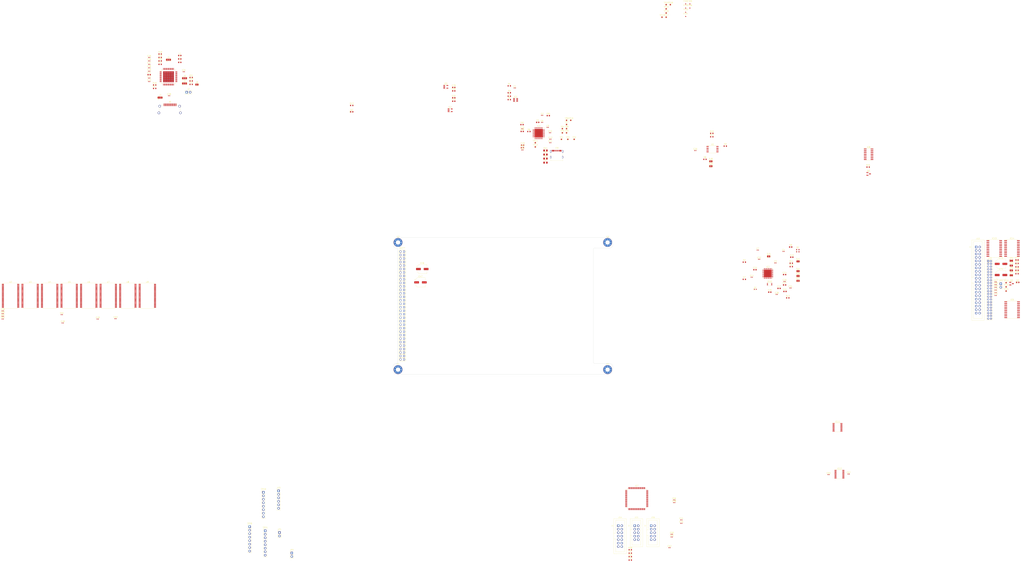
<source format=kicad_pcb>
(kicad_pcb (version 20221018) (generator pcbnew)
  (title_block (date "2024-02-08"))
  (layers (0 "F.Cu" signal) (31 "B.Cu" signal) (34 "B.Paste" user) (35 "F.Paste" user) (36 "B.SilkS" user "B.Silkscreen") (37 "F.SilkS" user "F.Silkscreen") (38 "B.Mask" user) (39 "F.Mask" user) (44 "Edge.Cuts" user))
  (net 0 "")
  (net 1 "+5V")
  (net 2 "GND")
  (net 3 "+3.3V")
  (net 4 "/Xosera_FPGA/V_USB")
  (net 5 "/Xosera_FPGA/+1.2V_CORE")
  (net 6 "/Xosera_FPGA/FT_VCORE")
  (net 7 "+2V5")
  (net 8 "/Xosera_FPGA/VCC_PLL")
  (net 9 "/Xosera_FPGA/V_PHY")
  (net 10 "/Xosera_FPGA/V_PLL")
  (net 11 "/Xosera_FPGA/VIO_BANK_0_2")
  (net 12 "+1V2")
  (net 13 "/Xosera_FPGA/CDONE")
  (net 14 "Net-(D3-K)")
  (net 15 "Net-(D3-A)")
  (net 16 "/Xosera_Bus/~{3V3_RESET}")
  (net 17 "/Xosera_Bus/XOSERA_IRQ")
  (net 18 "/Xosera_Bus/3V3_REG_NUM0")
  (net 19 "/Xosera_Bus/3V3_REG_NUM1")
  (net 20 "/Xosera_Bus/3V3_REG_NUM2")
  (net 21 "/Xosera_Bus/3V3_REG_NUM3")
  (net 22 "+5VD")
  (net 23 "/Xosera_Bus/3V3_D15")
  (net 24 "/Xosera_Bus/3V3_D8")
  (net 25 "/Xosera_Bus/3V3_D10")
  (net 26 "/Xosera_Bus/3V3_D12")
  (net 27 "/Xosera_Bus/3V3_D9")
  (net 28 "/Xosera_Bus/3V3_D14")
  (net 29 "/Xosera_Bus/3V3_R~{W}")
  (net 30 "/Xosera_Bus/3V3_BYTESEL")
  (net 31 "/Xosera_Bus/~{3V3_XOSERA_CS}")
  (net 32 "/Xosera_Bus/3V3_D13")
  (net 33 "/Xosera_Bus/3V3_D11")
  (net 35 "/Xosera_Bus/~{IDE_CS}")
  (net 36 "/Xosera_Bus/~{UDS}")
  (net 37 "/Xosera_Bus/R~{W}")
  (net 38 "/IDE/~{RD}")
  (net 39 "/IDE/~{WR}")
  (net 40 "/Xosera_Bus/~{FPGA_CS}")
  (net 41 "/IDE/~{LSEL}")
  (net 42 "/IDE/~{CS3}")
  (net 43 "/Xosera_Bus/GLUE_TDI")
  (net 44 "/IDE/~{USEL}")
  (net 45 "/IDE/~{CS1}")
  (net 46 "Net-(IC1-DO)")
  (net 47 "/Audio_Filters/Audio_L_Filt")
  (net 48 "/Expansion_RAM/W~{R}")
  (net 50 "/Xosera_Bus/RAM_EN_2")
  (net 51 "/Xosera_Bus/RAM_EN_1")
  (net 52 "/Xosera_FPGA/EE_CS")
  (net 53 "/Xosera_FPGA/EE_CLK")
  (net 54 "/Xosera_FPGA/EE_DAT")
  (net 55 "/Xosera_FPGA/FT_SSn")
  (net 56 "/Xosera_FPGA/FT_SCK")
  (net 57 "/Xosera_FPGA/FPGA_SO")
  (net 58 "/Xosera_FPGA/FLASH_MOSI")
  (net 59 "/Xosera_FPGA/FLASH_MISO")
  (net 60 "/Xosera_FPGA/FPGA_SI")
  (net 61 "/Xosera_Bus/A2")
  (net 62 "/Xosera_Bus/GLUE_TMS")
  (net 63 "/Xosera_FPGA/USB_P")
  (net 64 "/Xosera_FPGA/USB_M")
  (net 65 "/Xosera_FPGA/DV_CLK")
  (net 66 "/Xosera_FPGA/DV_B1")
  (net 67 "/Xosera_FPGA/DV_G1")
  (net 68 "/Xosera_FPGA/DV_B2")
  (net 69 "/Xosera_FPGA/DV_G2")
  (net 70 "/Xosera_FPGA/DV_R2")
  (net 71 "/Xosera_FPGA/DV_HS")
  (net 72 "/Xosera_FPGA/DV_R3")
  (net 73 "/Xosera_FPGA/DV_B3")
  (net 74 "/Xosera_FPGA/DV_G3")
  (net 75 "/Xosera_FPGA/IOB_25B_G3")
  (net 76 "/Xosera_FPGA/DV_VS")
  (net 77 "/Xosera_FPGA/DV_R1")
  (net 78 "/Xosera_FPGA/DV_G0")
  (net 79 "/Xosera_FPGA/DV_DE")
  (net 80 "/Xosera_FPGA/DV_B0")
  (net 81 "/Xosera_FPGA/DV_R0")
  (net 82 "/Xosera_FPGA/CLK_12M_FT")
  (net 83 "/Xosera_FPGA/CLK_12M_EXT")
  (net 84 "/Xosera_HDMI/VCC")
  (net 85 "/Xosera_HDMI/PVCC")
  (net 86 "/Xosera_HDMI/TVDD")
  (net 87 "+3V3")
  (net 88 "/Xosera_HDMI/DK3")
  (net 89 "/Xosera_HDMI/DK2")
  (net 90 "/Xosera_HDMI/DK1")
  (net 91 "/Xosera_HDMI/DKEN")
  (net 92 "/Xosera_HDMI/BSEL-SCL")
  (net 93 "/Xosera_HDMI/~{PD}")
  (net 94 "/Xosera_HDMI/EDGE-HTPLG")
  (net 95 "/Xosera_HDMI/VREF")
  (net 96 "/Xosera_HDMI/ISEL-~{RST}")
  (net 97 "/Xosera_HDMI/DSEL-SDA")
  (net 98 "/Xosera_HDMI/TFADJ")
  (net 99 "/Xosera_Bus/IRQRS")
  (net 100 "/Xosera_Bus/~{EXPSEL}")
  (net 101 "/Expansion_RAM/~{RAM5}")
  (net 103 "/Xosera_Bus/A23")
  (net 107 "/Expansion_RAM/~{RAM3}")
  (net 108 "/Xosera_Bus/A22")
  (net 109 "/Expansion_RAM/~{RAM0}")
  (net 110 "/Expansion_RAM/~{RAM1}")
  (net 111 "/Xosera_Bus/~{AS}")
  (net 112 "/Expansion_RAM/~{RAM2}")
  (net 113 "/Expansion_RAM/~{RAM4}")
  (net 114 "/Expansion_RAM/~{RAM6}")
  (net 115 "/Xosera_Bus/~{VPA}")
  (net 116 "/Xosera_Bus/OIRQ")
  (net 119 "/Xosera_Bus/RAM_EN_0")
  (net 120 "/Xosera_Bus/RAM_EN_3")
  (net 121 "/Xosera_Bus/A20")
  (net 122 "/Xosera_Bus/A21")
  (net 123 "/Xosera_Bus/A7")
  (net 124 "/Audio_Filters/Audio_R_Filt")
  (net 125 "/Xosera_HDMI/D2+")
  (net 126 "/Xosera_HDMI/D2-")
  (net 127 "/Xosera_HDMI/D1+")
  (net 128 "/Xosera_HDMI/D1-")
  (net 129 "/Xosera_HDMI/D0+")
  (net 130 "/Xosera_HDMI/D0-")
  (net 131 "/Xosera_HDMI/CK+")
  (net 132 "/Xosera_HDMI/CK-")
  (net 133 "Net-(IC3-VCCA)")
  (net 134 "Net-(IC2A-VCCIO_0)")
  (net 135 "Net-(IC2C-VCCIO_2)")
  (net 136 "Net-(J16-CC1)")
  (net 138 "Net-(IC3-REF)")
  (net 139 "Net-(IC3-DM)")
  (net 140 "Net-(IC3-DP)")
  (net 141 "Net-(IC3-ADBUS3)")
  (net 142 "Net-(IC3-ADBUS5)")
  (net 143 "Net-(IC3-ACBUS0)")
  (net 144 "Net-(IC3-ACBUS1)")
  (net 145 "Net-(IC3-ACBUS2)")
  (net 146 "Net-(IC3-ACBUS3)")
  (net 147 "Net-(IC3-ACBUS4)")
  (net 148 "Net-(IC3-ACBUS5)")
  (net 149 "Net-(IC3-ACBUS6)")
  (net 150 "Net-(IC3-ACBUS7)")
  (net 151 "Net-(IC3-ACBUS8)")
  (net 152 "Net-(IC3-ACBUS9)")
  (net 157 "Net-(IC8A-Q)")
  (net 161 "/Xosera_Bus/A8")
  (net 167 "Net-(Q1-Standby)")
  (net 168 "Net-(Q2-B)")
  (net 169 "Net-(U1-IO2)")
  (net 170 "Net-(U1-IO3)")
  (net 171 "/Xosera_Bus/A9")
  (net 172 "/Xosera_Bus/A10")
  (net 173 "/Xosera_Bus/A11")
  (net 174 "/Xosera_Bus/A12")
  (net 177 "/Xosera_Bus/~{ODTACK}")
  (net 179 "/Xosera_Bus/A13")
  (net 180 "/Expansion_RAM/~{RAM7}")
  (net 181 "/Xosera_Bus/GLUE_TCK")
  (net 182 "/Xosera_Bus/A14")
  (net 183 "/Xosera_Bus/A15")
  (net 184 "/Xosera_Bus/A16")
  (net 185 "/Xosera_Bus/A17")
  (net 186 "/Xosera_Bus/~{IOSEL}")
  (net 187 "/Xosera_Bus/A5")
  (net 188 "/Xosera_Bus/A6")
  (net 189 "/Xosera_Bus/GLUE_TDO")
  (net 190 "/Xosera_Bus/~{LDS}")
  (net 191 "/Xosera_Bus/A4")
  (net 192 "/Xosera_Bus/~{RESET}")
  (net 193 "/Xosera_Bus/A3")
  (net 194 "/Xosera_Bus/FC0")
  (net 195 "/Xosera_Bus/FC1")
  (net 196 "/Xosera_Bus/FC2")
  (net 197 "/Xosera_Bus/A1")
  (net 198 "/Xosera_Bus/CLK")
  (net 200 "BD0")
  (net 201 "BD1")
  (net 202 "BD2")
  (net 203 "BD3")
  (net 204 "BD4")
  (net 205 "BD5")
  (net 206 "BD6")
  (net 207 "BD7")
  (net 208 "/Expansion_RAM/D7")
  (net 209 "/Expansion_RAM/D6")
  (net 210 "/Expansion_RAM/D5")
  (net 211 "/Expansion_RAM/D4")
  (net 212 "/Expansion_RAM/D3")
  (net 213 "/Expansion_RAM/D2")
  (net 214 "/Expansion_RAM/D1")
  (net 215 "/Expansion_RAM/D0")
  (net 216 "/Xosera_Bus/5V_D15")
  (net 217 "/Xosera_Bus/5V_D14")
  (net 218 "/Xosera_Bus/5V_D13")
  (net 219 "/Xosera_Bus/5V_D12")
  (net 220 "/Xosera_Bus/5V_D11")
  (net 221 "/Xosera_Bus/5V_D10")
  (net 222 "/Xosera_Bus/5V_D9")
  (net 223 "/Xosera_Bus/5V_D8")
  (net 224 "/Xosera_Bus/~{J3V3_RESET}")
  (net 226 "Net-(IC13B-O2)")
  (net 227 "Net-(IC13B-O1)")
  (net 228 "Net-(IC13B-O0)")
  (net 229 "~{BRESET}")
  (net 230 "BA2")
  (net 231 "BA1")
  (net 232 "BA0")
  (net 233 "INTRQ")
  (net 234 "BD15")
  (net 235 "BD14")
  (net 236 "BD13")
  (net 237 "BD12")
  (net 238 "BD11")
  (net 239 "BD10")
  (net 240 "BD9")
  (net 241 "BD8")
  (net 242 "/IDE/~{IRQ3}")
  (net 243 "/IDE/~{IRQ5}")
  (net 244 "/Xosera_Bus/~{IRQ2}")
  (net 245 "/IDE/~{IRQ6}")
  (net 246 "/Expansion_RAM/A18")
  (net 247 "/Expansion_RAM/A19")
  (net 248 "/Xosera_Bus/~{DTACK}")
  (net 249 "Net-(J7-C)")
  (net 253 "Net-(J12-Pin_20)")
  (net 256 "/IDE/CSEL")
  (net 257 "/IDE/DMACK")
  (net 260 "/IDE/~{DASP}")
  (net 270 "Net-(Q3-B)")
  (net 272 "Net-(J16-CC2)")
  (footprint "Jumper:SolderJumper-2_P1.3mm_Open_RoundedPad1.0x1.5mm" (layer "F.Cu") (at 514.14 69.28)
    (fp_text reference "JP6")
    (fp_text value "SolderJumper_2_Open")
  )
  (footprint "Jumper:SolderJumper-2_P1.3mm_Bridged2Bar_RoundedPad1.0x1.5mm" (layer "F.Cu") (at 358.642741 73.335)
    (fp_text reference "SJ6")
    (fp_text value "SHORT")
  )
  (footprint "LED_SMD:LED_0603_1608Metric" (layer "F.Cu") (at 518.82 78)
    (fp_text reference "D3")
    (fp_text value "LED")
  )
  (footprint "Resistor_SMD:R_0603_1608Metric" (layer "F.Cu") (at 353.722741 64.015)
    (fp_text reference "R14")
    (fp_text value "0")
  )
  (footprint "Connector_PinHeader_2.54mm:PinHeader_1x02_P2.54mm_Vertical" (layer "F.Cu") (at -10.45 275.51)
    (fp_text reference "JP2")
    (fp_text value "Jumper")
  )
  (footprint "Package_SO:SOIC-20W_7.5x12.8mm_P1.27mm" (layer "F.Cu") (at 501.72 53.23)
    (fp_text reference "IC13")
    (fp_text value "74HCT241")
  )
  (footprint "Capacitor_SMD:C_0402_1005Metric" (layer "F.Cu") (at -114.495 -81.11)
    (fp_text reference "C37")
    (fp_text value "100n")
  )
  (footprint "Package_SO:TSOP-II-44_10.16x18.41mm_P0.8mm" (layer "F.Cu") (at -172.7975 87.85)
    (fp_text reference "U5")
    (fp_text value "AS6C8016")
  )
  (footprint "Capacitor_SMD:C_0402_1005Metric" (layer "F.Cu") (at 502.75 81.63)
    (fp_text reference "C69")
    (fp_text value "100n")
  )
  (footprint "Jumper:SolderJumper-2_P1.3mm_Bridged2Bar_RoundedPad1.0x1.5mm" (layer "F.Cu") (at 358.642741 69.785)
    (fp_text reference "SJ4")
    (fp_text value "SHORT")
  )
  (footprint "TestPoint:TestPoint_Pad_D1.0mm" (layer "F.Cu") (at 262.49 -118.57)
    (fp_text reference "TP16")
    (fp_text value "TestPoint")
  )
  (footprint "Fiducial:Fiducial_0.75mm_Mask1.5mm" (layer "F.Cu") (at 279.76 -122.18)
    (fp_text reference "FID6")
    (fp_text value "Fiducial")
  )
  (footprint "Capacitor_SMD:C_0402_1005Metric" (layer "F.Cu") (at 502.75 79.66)
    (fp_text reference "C68")
    (fp_text value "100n")
  )
  (footprint "Resistor_SMD:R_0603_1608Metric" (layer "F.Cu") (at 148.1125 -65.41)
    (fp_text reference "R1")
    (fp_text value "10K")
  )
  (footprint "Connector_PinHeader_2.54mm:PinHeader_1x08_P2.54mm_Vertical" (layer "F.Cu") (at -29.89 259.305)
    (fp_text reference "TP21")
    (fp_text value "Conn_01x08_Male")
  )
  (footprint "Resistor_SMD:R_0603_1608Metric" (layer "F.Cu") (at -106.475 -83.62)
    (fp_text reference "R20")
    (fp_text value "33k")
  )
  (footprint "TestPoint:TestPoint_Pad_D1.0mm" (layer "F.Cu") (at 189.85 -37.24)
    (fp_text reference "TP7")
    (fp_text value "TestPoint")
  )
  (footprint "Capacitor_SMD:C_0402_1005Metric" (layer "F.Cu") (at 152.1325 -63.88)
    (fp_text reference "C1")
    (fp_text value "100n")
  )
  (footprint "Resistor_SMD:R_0603_1608Metric" (layer "F.Cu") (at 518.32 69.19)
    (fp_text reference "R28")
    (fp_text value "4k7")
  )
  (footprint "Capacitor_SMD:C_0603_1608Metric" (layer "F.Cu") (at 518.32 61.66)
    (fp_text reference "C75")
    (fp_text value "4u7")
  )
  (footprint "MountingHole:MountingHole_3.2mm_M3_Pad_Via" (layer "F.Cu") (at 219.77868 141.65868)
    (fp_text reference "H4")
    (fp_text value "MountingHole")
  )
  (footprint "Capacitor_SMD:C_0603_1608Metric" (layer "F.Cu") (at 107.61 -54.2)
    (fp_text reference "C33")
    (fp_text value "4.7u")
  )
  (footprint "Capacitor_SMD:C_0402_1005Metric" (layer "F.Cu") (at -114.495 -86.13)
    (fp_text reference "C35")
    (fp_text value "100n")
  )
  (footprint "Capacitor_SMD:C_0402_1005Metric" (layer "F.Cu") (at 353.135 82.11)
    (fp_text reference "C31")
    (fp_text value "100n")
  )
  (footprint "Capacitor_SMD:C_0402_1005Metric" (layer "F.Cu") (at 157.55 -34.08)
    (fp_text reference "C15")
    (fp_text value "100n")
  )
  (footprint "Inductor_SMD:L_0603_1608Metric" (layer "F.Cu") (at 157.385 -37.13)
    (fp_text reference "FB2")
    (fp_text value "BLM18HE152SN1D")
  )
  (footprint "Jumper:SolderJumper-3_P1.3mm_Open_RoundedPad1.0x1.5mm" (layer "F.Cu") (at -88.69 -70.99)
    (fp_text reference "J3")
    (fp_text value "sj")
  )
  (footprint "Capacitor_SMD:C_0603_1608Metric" (layer "F.Cu") (at 353.250241 52.19)
    (fp_text reference "C8")
    (fp_text value "4.7u")
  )
  (footprint "Resistor_SMD:R_0603_1608Metric" (layer "F.Cu") (at 162.395 -32.09)
    (fp_text reference "R6")
    (fp_text value "12K")
  )
  (footprint "Connector_PinHeader_2.54mm:PinHeader_1x08_P2.54mm_Vertical" (layer "F.Cu") (at -31.19 231.215)
    (fp_text reference "TP19")
    (fp_text value "Conn_01x08_Male")
  )
  (footprint "Connector_IDC:IDC-Header_2x05_P2.54mm_Vertical" (layer "F.Cu") (at 239.56 255.58)
    (fp_text reference "J11")
    (fp_text value "Conn_02x05_Odd_Even")
  )
  (footprint "Capacitor_SMD:C_0402_1005Metric" (layer "F.Cu") (at -99.97 -58.23)
    (fp_text reference "C38")
    (fp_text value "100n")
  )
  (footprint "Package_TO_SOT_SMD:SOT-23" (layer "F.Cu") (at 514.33 78.93)
    (fp_text reference "Q3")
    (fp_text value "2N2907")
  )
  (footprint "TestPoint:TestPoint_Pad_D1.0mm" (layer "F.Cu") (at 167.065 -20.85)
    (fp_text reference "TP12")
    (fp_text value "TestPoint")
  )
  (footprint "TestPoint:TestPoint_Pad_D1.0mm" (layer "F.Cu") (at 189.85 -34.19)
    (fp_text reference "TP8")
    (fp_text value "TestPoint")
  )
  (footprint "Capacitor_SMD:C_0402_1005Metric" (layer "F.Cu") (at 502.75 83.6)
    (fp_text reference "C70")
    (fp_text value "100n")
  )
  (footprint "Package_DFN_QFN:QFN-48-1EP_7x7mm_P0.5mm_EP5.6x5.6mm" (layer "F.Cu") (at 336.617741 71.485)
    (fp_text reference "IC2")
    (fp_text value "ICE40UP5K-SG48ITR")
  )
  (footprint "Capacitor_SMD:C_0402_1005Metric" (layer "F.Cu") (at -221.2375 100.79)
    (fp_text reference "C60")
    (fp_text value "100n")
  )
  (footprint "Package_TO_SOT_SMD:SOT-23-5" (layer "F.Cu") (at 101.8025 -64.69)
    (fp_text reference "IC5")
    (fp_text value "AP2127K-1.2")
  )
  (footprint "Package_SO:SOIC-20W_7.5x12.8mm_P1.27mm" (layer "F.Cu") (at 514.63 53.23)
    (fp_text reference "IC14")
    (fp_text value "SN74HCT245DWR")
  )
  (footprint "TestPoint:TestPoint_Pad_D1.0mm" (layer "F.Cu") (at 189.85 -31.14)
    (fp_text reference "TP9")
    (fp_text value "TestPoint")
  )
  (footprint "Capacitor_SMD:C_0402_1005Metric" (layer "F.Cu") (at 330.237741 61.155)
    (fp_text reference "C22")
    (fp_text value "100n")
  )
  (footprint "Resistor_SMD:R_0603_1608Metric" (layer "F.Cu") (at 33.1875 -51.11)
    (fp_text reference "R12")
    (fp_text value "2.2K")
  )
  (footprint "Inductor_SMD:L_0603_1608Metric" (layer "F.Cu") (at -92.1675 -87.57)
    (fp_text reference "L1")
    (fp_text value "600")
  )
  (footprint "Capacitor_SMD:C_0603_1608Metric" (layer "F.Cu") (at 348.827741 79.865)
    (fp_text reference "C27")
    (fp_text value "4.7u")
  )
  (footprint "Resistor_SMD:R_0603_1608Metric" (layer "F.Cu") (at -83.86 -69)
    (fp_text reference "R23")
    (fp_text value "10k")
  )
  (footprint "Capacitor_SMD:C_0402_1005Metric" (layer "F.Cu") (at 502.75 77.69)
    (fp_text reference "C67")
    (fp_text value "100n")
  )
  (footprint "Capacitor_SMD:C_0402_1005Metric" (layer "F.Cu") (at -221.2375 104.73)
    (fp_text reference "C62")
    (fp_text value "100n")
  )
  (footprint "TestPoint:TestPoint_Pad_D1.0mm" (layer "F.Cu") (at 259.44 -115.52)
    (fp_text reference "TP13")
    (fp_text value "TestPoint")
  )
  (footprint "TestPoint:TestPoint_Pad_D1.0mm" (layer "F.Cu") (at 186.11 -26.41)
    (fp_text reference "TP1")
    (fp_text value "TestPoint")
  )
  (footprint "Capacitor_SMD:C_0402_1005Metric" (layer "F.Cu") (at -221.2375 102.76)
    (fp_text reference "C61")
    (fp_text value "100n")
  )
  (footprint "Capacitor_SMD:C_0402_1005Metric" (layer "F.Cu") (at 178.015 -26.5)
    (fp_text reference "C12")
    (fp_text value "100n")
  )
  (footprint "Jumper:SolderJumper-2_P1.3mm_Open_RoundedPad1.0x1.5mm" (layer "F.Cu") (at 295.07 -6.81)
    (fp_text reference "SJ9")
    (fp_text value "OPEN")
  )
  (footprint "Connector_IDC:IDC-Header_2x05_P2.54mm_Vertical" (layer "F.Cu") (at 251.545 255.58)
    (fp_text reference "J15")
    (fp_text value "Conn_02x05_Odd_Even")
  )
  (footprint "Jumper:SolderJumper-2_P1.3mm_Open_RoundedPad1.0x1.5mm" (layer "F.Cu") (at -79.68 -66.34)
    (fp_text reference "J6")
    (fp_text value "sj")
  )
  (footprint "Jumper:SolderJumper-2_P1.3mm_Open_RoundedPad1.0x1.5mm" (layer "F.Cu") (at 514.14 65.73)
    (fp_text reference "JP5")
    (fp_text value "SolderJumper_2_Open")
  )
  (footprint "Resistor_SMD:R_0603_1608Metric" (layer "F.Cu") (at 236.325 278.14)
    (fp_text reference "R32")
    (fp_text value "10K")
  )
  (footprint "Connector_PinHeader_2.00mm:PinHeader_2x22_P2.00mm_Vertical" (layer "F.Cu") (at 497.29 62.43)
    (fp_text reference "J13")
    (fp_text value "Conn_02x22_Odd_Even")
  )
  (footprint "Resistor_SMD:R_0603_1608Metric" (layer "F.Cu") (at 148.1125 -60.39)
    (fp_text reference "R3")
    (fp_text value "10K")
  )
  (footprint "Jumper:SolderJumper-3_P1.3mm_Bridged2Bar12_RoundedPad1.0x1.5mm" (layer "F.Cu") (at -106.54 -56.84)
    (fp_text reference "J7")
    (fp_text value "3v3_5v_sel")
  )
  (footprint "Resistor_SMD:R_0603_1608Metric" (layer "F.Cu") (at 295.735 -28.24)
    (fp_text reference "R11")
    (fp_text value "10K")
  )
  (footprint "Resistor_SMD:R_0603_1608Metric" (layer "F.Cu") (at 148.1125 -55.37)
    (fp_text reference "R5")
    (fp_text value "2.2K")
  )
  (footprint "Package_SO:TSOP-II-44_10.16x18.41mm_P0.8mm" (layer "F.Cu") (at -201.2975 87.85)
    (fp_text reference "U3")
    (fp_text value "AS6C8016")
  )
  (footprint "Inductor_SMD:L_0603_1608Metric" (layer "F.Cu") (at -92.1675 -85.06)
    (fp_text reference "L2")
    (fp_text value "600")
  )
  (footprint "Capacitor_SMD:C_0402_1005Metric" (layer "F.Cu") (at -139.02 104.5)
    (fp_text reference "C53")
    (fp_text value "100n")
  )
  (footprint "Fiducial:Fiducial_0.75mm_Mask1.5mm" (layer "F.Cu") (at 276.71 -122.18)
    (fp_text reference "FID2")
    (fp_text value "Fiducial")
  )
  (footprint "Fiducial:Fiducial_0.75mm_Mask1.5mm" (layer "F.Cu") (at 276.71 -125.23)
    (fp_text reference "FID1")
    (fp_text value "Fiducial")
  )
  (footprint "Capacitor_SMD:C_0402_1005Metric" (layer "F.Cu") (at 273.505 251.33)
    (fp_text reference "C44")
    (fp_text value "100n")
  )
  (footprint "Connector_PinHeader_2.54mm:PinHeader_1x02_P2.54mm_Vertical" (layer "F.Cu") (at 506.51 79.03)
    (fp_text reference "JP3")
    (fp_text value "Pin 20 5V Supply")
  )
  (footprint "Resistor_SMD:R_0603_1608Metric" (layer "F.Cu") (at 236.325 273.12)
    (fp_text reference "R30")
    (fp_text value "10K")
  )
  (footprint "Capacitor_SMD:C_0402_1005Metric" (layer "F.Cu") (at 177.805 -31.23)
    (fp_text reference "C13")
    (fp_text value "100n")
  )
  (footprint "Capacitor_SMD:C_0402_1005Metric" (layer "F.Cu") (at -114.495 -76.09)
    (fp_text reference "C40")
    (fp_text value "100n")
  )
  (footprint "Package_SO:SOIC-14_3.9x8.7mm_P1.27mm" (layer "F.Cu") (at 410.085 -15.48)
    (fp_text reference "IC8")
    (fp_text value "74HCT74")
  )
  (footprint "Connector_IDC:IDC-Header_2x07_P2.54mm_Vertical" (layer "F.Cu") (at 227.58 255.58)
    (fp_text reference "J14")
    (fp_text value "Conn_02x07_Odd_Even")
  )
  (footprint "Capacitor_SMD:C_0603_1608Metric" (layer "F.Cu") (at 349.125 84.62)
    (fp_text reference "C21")
    (fp_text value "DNI")
  )
  (footprint "Package_SO:TSOP-II-44_10.16x18.41mm_P0.8mm" (layer "F.Cu") (at -158.5475 87.85)
    (fp_text reference "U6")
    (fp_text value "AS6C8016")
  )
  (footprint "Resistor_SMD:R_0603_1608Metric" (layer "F.Cu") (at 353.722741 66.525)
    (fp_text reference "R15")
    (fp_text value "0")
  )
  (footprint "Resistor_SMD:R_0603_1608Metric" (layer "F.Cu") (at 236.325 280.65)
    (fp_text reference "R33")
    (fp_text value "10K")
  )
  (footprint "Resistor_SMD:R_0603_1608Metric" (layer "F.Cu") (at 295.735 -30.75)
    (fp_text reference "R10")
    (fp_text value "10K")
  )
  (footprint "TestPoint:TestPoint_Pad_D1.0mm" (layer "F.Cu") (at 262.49 -124.67)
    (fp_text reference "TP14")
    (fp_text value "TestPoint")
  )
  (footprint "Capacitor_SMD:C_0402_1005Metric" (layer "F.Cu") (at -221.2375 98.82)
    (fp_text reference "C59")
    (fp_text value "100n")
  )
  (footprint "Resistor_SMD:R_0805_2012Metric_Pad1.20x1.40mm_HandSolder" (layer "F.Cu") (at 174.49 -18.24)
    (fp_text reference "R34")
    (fp_text value "5.1K")
  )
  (footprint "Resistor_SMD:R_0603_1608Metric" (layer "F.Cu") (at 518.32 71.7)
    (fp_text reference "R29")
    (fp_text value "10k")
  )
  (footprint "Capacitor_SMD:C_0402_1005Metric" (layer "F.Cu") (at 342.110941 63.8254)
    (fp_text reference "C3")
    (fp_text value "100n")
  )
  (footprint "Capacitor_SMD:C_0402_1005Metric" (layer "F.Cu") (at 502.75 85.57)
    (fp_text reference "C71")
    (fp_text value "100n")
  )
  (footprint "Capacitor_SMD:C_0402_1005Metric" (layer "F.Cu") (at -178.18 101.53)
    (fp_text reference "C54")
    (fp_text value "100n")
  )
  (footprint "Connector_PinHeader_2.54mm:PinHeader_1x06_P2.54mm_Vertical" (layer "F.Cu") (at -20.12 230.165)
    (fp_text reference "J10")
    (fp_text value "Conn_01x06_Male")
  )
  (footprint "TestPoint:TestPoint_Pad_D1.0mm" (layer "F.Cu") (at 192.9 -40.29)
    (fp_text reference "TP10")
    (fp_text value "TestPoint")
  )
  (footprint "Package_TO_SOT_SMD:SOT-23-6" (layer "F.Cu") (at 152.6925 -55.15)
    (fp_text reference "IC1")
    (fp_text value "93LC56BT-I/OT")
  )
  (footprint "Fiducial:Fiducial_0.75mm_Mask1.5mm" (layer "F.Cu") (at 276.71 -119.13)
    (fp_text reference "FID3")
    (fp_text value "Fiducial")
  )
  (footprint "Connector_USB:USB_C_Receptacle_Palconn_UTC16-G" (layer "F.Cu") (at 182.66 -15.6)
    (fp_text reference "J16")
    (fp_text value "USB_C")
  )
  (footprint "Capacitor_SMD:C_0603_1608Metric" (layer "F.Cu") (at 338.025 85.14)
    (fp_text reference "C25")
    (fp_text value "DNI")
  )
  (footprint "Capacitor_SMD:C_0402_1005Metric" (layer "F.Cu") (at 176.125 -35.09)
    (fp_text reference "C9")
    (fp_text value "100n")
  )
  (footprint "Capacitor_SMD:C_0402_1005Metric" (layer "F.Cu") (at 283.705 -18.2)
    (fp_text reference "C20")
    (fp_text value "100m")
  )
  (footprint "Package_SO:TSOP-II-44_10.16x18.41mm_P0.8mm" (layer "F.Cu") (at -115.7975 87.85)
    (fp_text reference "U9")
    (fp_text value "AS6C8016")
  )
  (footprint "Resistor_SMD:R_0603_1608Metric" (layer "F.Cu") (at 148.1125 -57.88)
    (fp_text reference "R4")
    (fp_text value "10K")
  )
  (footprint "Capacitor_SMD:C_0402_1005Metric" (layer "F.Cu") (at 343.135 86.8)
    (fp_text reference "C28")
    (fp_text value "100n")
  )
  (footprint "Resistor_SMD:R_0603_1608Metric" (layer "F.Cu") (at -106.475 -88.64)
    (fp_text reference "R18")
    (fp_text value "10k")
  )
  (footprint "Connector_PinHeader_2.54mm:PinHeader_1x08_P2.54mm_Vertical" (layer "F.Cu") (at -41.19 256.305)
    (fp_text reference "TP20")
    (fp_text value "Conn_01x08_Male")
  )
  (footprint "Resistor_SMD:R_0603_1608Metric" (layer "F.Cu") (at 319.487741 75.775)
    (fp_text reference "R7")
    (fp_text value "10K")
  )
  (footprint "Capacitor_SMD:C_0603_1608Metric" (layer "F.Cu") (at 344.817741 82.375)
    (fp_text reference "C17")
    (fp_text value "4.7u")
  )
  (footprint "TestPoint:TestPoint_Pad_D1.0mm" (layer "F.Cu") (at 510.36 78.23)
    (fp_text reference "TP22")
    (fp_text value "TestPoint")
  )
  (footprint "Capacitor_SMD:C_0603_1608Metric" (layer "F.Cu") (at 348.827741 72.335)
    (fp_text reference "C24")
    (fp_text value "4.7u")
  )
  (footprint "Capacitor_SMD:C_0402_1005Metric" (layer "F.Cu") (at 171.96 -38.76)
    (fp_text reference "C6")
    (fp_text value "100n")
  )
  (footprint "Package_SO:SOIC-20W_7.5x12.8mm_P1.27mm" (layer "F.Cu") (at 514.73 97.965)
    (fp_text reference "IC9")
    (fp_text value "SN74HCT245DWR")
  )
  (footprint "Capacitor_SMD:C_0603_1608Metric" (layer "F.Cu") (at 327.217741 68.785)
    (fp_text reference "C23")
    (fp_text value "DNI")
  )
  (footprint "Capacitor_SMD:C_0603_1608Metric" (layer "F.Cu") (at 168.795 -38.78)
    (fp_text reference "C5")
    (fp_text value "4.7u")
  )
  (footprint "Capacitor_SMD:C_0402_1005Metric" (layer "F.Cu") (at 264.91 271.62)
    (fp_text reference "C52")
    (fp_text value "100n")
  )
  (footprint "TestPoint:TestPoint_Pad_D1.0mm" (layer "F.Cu") (at 262.49 -121.62)
    (fp_text reference "TP15")
    (fp_text value "TestPoint")
  )
  (footprint "Capacitor_SMD:C_0603_1608Metric" (layer "F.Cu") (at 107.61 -64.24)
    (fp_text reference "C29")
    (fp_text value "4.7u")
  )
  (footprint "Capacitor_SMD:C_0402_1005Metric" (layer "F.Cu") (at -177.51 107.63)
    (fp_text reference "C48")
    (fp_text value "100n")
  )
  (footprint "Resistor_SMD:R_0603_1608Metric" (layer "F.Cu") (at 518.32 66.68)
    (fp_text reference "R27")
    (fp_text value "10k")
  )
  (footprint "Resistor_SMD:R_0603_1608Metric" (layer "F.Cu") (at 351.155 89.31)
    (fp_text reference "R13")
    (fp_text value "DNI")
  )
  (footprint "Connector_PinHeader_2.54mm:PinHeader_2x01_P2.54mm_Vertical" (layer "F.Cu") (at -87.13 -60.77)
    (fp_text reference "J2")
    (fp_text value "5V")
  )
  (footprint "Package_SO:SOIC-8_5.23x5.23mm_P1.27mm" (layer "F.Cu") (at 296.270241 -19.215)
    (fp_text reference "U1")
    (fp_text value "W25Q32JVSSIM")
  )
  (footprint "Package_SO:VSSOP-8_2.3x2mm_P0.5mm" (layer "F.Cu") (at 337.88 79.36)
    (fp_text reference "IC10")
    (fp_text value "SN74AUP2G125DCUR")
  )
  (footprint "Resistor_SMD:R_0603_1608Metric" (layer "F.Cu") (at -110.485 -66.05)
    (fp_text reference "R16")
    (fp_text value "10k")
  )
  (footprint "Capacitor_SMD:C_0402_1005Metric" (layer "F.Cu") (at -151.98 104.75)
    (fp_text reference "C49")
    (fp_text value "100n")
  )
  (footprint "Capacitor_SMD:C_0402_1005Metric" (layer "F.Cu") (at -114.495 -83.62)
    (fp_text reference "C36")
    (fp_text value "100n")
  )
  (footprint "Resistor_SMD:R_0603_1608Metric" (layer "F.Cu") (at -83.86 -71.51)
    (fp_text reference "R21")
    (fp_text value "DNP")
  )
  (footprint "Capacitor_SMD:CP_Elec_6.3x5.4" (layer "F.Cu") (at 83.32668 77.97868)
    (fp_text reference "C47")
    (fp_text value "220u")
  )
  (footprint "Capacitor_SMD:C_0402_1005Metric" (layer "F.Cu") (at -114.495 -71.07)
    (fp_text reference "C42")
    (fp_text value "10u")
  )
  (footprint "Capacitor_SMD:C_0402_1005Metric" (layer "F.Cu") (at 380.89 218.28)
    (fp_text reference "C55")
    (fp_text value "100n")
  )
  (footprint "Package_TO_SOT_SMD:SOT-23" (layer "F.Cu") (at 410.14 -1.16)
    (fp_text reference "Q2")
    (fp_text value "2N3904")
  )
  (footprint "TestPoint:TestPoint_Pad_D1.0mm" (layer "F.Cu") (at 262.49 -115.52)
    (fp_text reference "TP17")
    (fp_text value "TestPoint")
  )
  (footprint "Capacitor_SMD:C_0603_1608Metric" (layer "F.Cu") (at 107.61 -56.71)
    (fp_text reference "C32")
    (fp_text value "4.7u")
  )
  (footprint "Fiducial:Fiducial_0.75mm_Mask1.5mm" (layer "F.Cu") (at 276.71 -116.08)
    (fp_text reference "FID4")
    (fp_text value "Fiducial")
  )
  (footprint "Capacitor_SMD:C_0402_1005Metric" (layer "F.Cu") (at -114.495 -78.6)
    (fp_text reference "C39")
    (fp_text value "100n")
  )
  (footprint "Connector_HDMI:HDMI_A_Amphenol_10029449-x01xLF_Horizontal" (layer "F.Cu") (at -99.52 -46.61)
    (fp_text reference "J8")
    (fp_text value "HDMI_A_1.4")
  )
  (footprint "TestPoint:TestPoint_Pad_D1.0mm" (layer "F.Cu") (at 190.76 -26.41)
    (fp_text reference "TP2")
    (fp_text value "TestPoint")
  )
  (footprint "Resistor_SMD:R_0603_1608Metric" (layer "F.Cu") (at -110.485 -63.54)
    (fp_text reference "R17")
    (fp_text value "10k")
  )
  (footprint "Capacitor_SMD:C_0402_1005Metric" (layer "F.Cu") (at 177.955 -23.94)
    (fp_text reference "C11")
    (fp_text value "100n")
  )
  (footprint "MountingHole:MountingHole_3.2mm_M3_Pad_Via" (layer "F.Cu") (at 66.97868 141.65868)
    (fp_text reference "H1")
    (fp_text value "MountingHole")
  )
  (footprint "Resistor_SMD:R_0603_1608Metric" (layer "F.Cu") (at 319.487741 63.225)
    (fp_text reference "R2")
    (fp_text value "100")
  )
  (footprint "Capacitor_SMD:C_0603_1608Metric" (layer "F.Cu") (at 157.805 -22.12)
    (fp_text reference "C19")
    (fp_text value "4.7u")
  )
  (footprint "rosco_m68k:pin-2X32" (layer "F.Cu") (at 75.15668 69.47868)
    (fp_text reference "J1" hide)
    (fp_text value "Conn_02x32_Odd_Even")
  )
  (footprint "Capacitor_SMD:C_0402_1005Metric" (layer "F.Cu") (at 268.3325 236.77)
    (fp_text reference "C56")
    (fp_text value "100n")
  )
  (footprint "Jumper:SolderJumper-3_P1.3mm_Open_RoundedPad1.0x1.5mm" (layer "F.Cu") (at -88.69 -67.155)
    (fp_text reference "J5")
    (fp_text value "sj")
  )
  (footprint "Inductor_SMD:L_0603_1608Metric" (layer "F.Cu") (at 157.655 -20.29)
    (fp_text reference "FB3")
    (fp_text value "BLM18HE152SN1D")
  )
  (footprint "Capacitor_SMD:C_0402_1005Metric" (layer "F.Cu") (at 268.3325 238.74)
    (fp_text reference "C58")
    (fp_text value "100n")
  )
  (footprint "Package_QFP:TQFP-100_14x14mm_P0.5mm" (layer "F.Cu") (at 241.01 235.79)
    (fp_text reference "IC7")
    (fp_text value "ATF1504AS-TQFP100")
  )
  (footprint "Package_SO:TSSOP-20_4.4x6.5mm_P0.65mm" (layer "F.Cu") (at 387.4025 183.815)
    (fp_text reference "IC11")
    (fp_text value "TXB0108DQSR")
  )
  (footprint "TestPoint:TestPoint_Pad_D1.0mm" (layer "F.Cu") (at 167.065 -23.9)
    (fp_text reference "TP11")
    (fp_text value "TestPoint")
  )
  (footprint "Capacitor_SMD:C_0402_1005Metric" (layer "F.Cu") (at 266.585 261.85)
    (fp_text reference "C50")
    (fp_text value "100n")
  )
  (footprint "Resistor_SMD:R_0805_2012Metric_Pad1.20x1.40mm_HandSolder" (layer "F.Cu") (at 174.49 -12.34)
    (fp_text reference "R36")
    (fp_text value "22R")
  )
  (footprint "Capacitor_SMD:C_0603_1608Metric" (layer "F.Cu") (at -114.495 -73.58)
    (fp_text reference "C41")
    (fp_text value "10u")
  )
  (footprint "TestPoint:TestPoint_Pad_D1.0mm" (layer "F.Cu") (at 510.36 81.28)
    (fp_text reference "TP23")
    (fp_text value "TestPoint")
  )
  (footprint "rosco_m68k:TQFP-64-1EP_10x10mm_P0.5mm_EP5x5mm" (layer "F.Cu") (at -100.3825 -72.07)
    (fp_text reference "IC6")
    (fp_text value "SII164")
  )
  (footprint "Resistor_SMD:R_0603_1608Metric" (layer "F.Cu") (at 290.765 -11.8)
    (fp_text reference "R8")
    (fp_text value "10K")
  )
  (footprint "Oscillator:Oscillator_SMD_Abracon_ASDMB-4Pin_2.5x2.0mm" (layer "F.Cu") (at 358.485 54.895)
    (fp_text reference "Q1")
    (fp_text value "SG-210STF 12.0000ML3")
  )
  (footprint "TestPoint:TestPoint_Pad_D1.0mm" (layer "F.Cu") (at 195.41 -26.41)
    (fp_text reference "TP3")
    (fp_text value "TestPoint")
  )
  (footprint "Package_SO:TSOP-II-44_10.16x18.41mm_P0.8mm" (layer "F.Cu") (at -144.2975 87.85)
    (fp_text reference "U7")
    (fp_text value "AS6C8016")
  )
  (footprint "Capacitor_SMD:C_0402_1005Metric" (layer "F.Cu") (at 273.505 253.84)
    (fp_text reference "C45")
    (fp_text value "100n")
  )
  (footprint "TestPoint:TestPoint_Pad_D1.0mm" (layer "F.Cu") (at 189.85 -40.29)
    (fp_text reference "TP6")
    (fp_text value "TestPoint")
  )
  (footprint "LED_SMD:LED_0603_1608Metric" (layer "F.Cu") (at 33.2025 -46.47)
    (fp_text reference "D2")
    (fp_text value "LTST-C191KGKT")
  )
  (footprint "Capacitor_SMD:C_0402_1005Metric" (layer "F.Cu") (at 157.65 -18.63)
    (fp_text reference "C16")
    (fp_text value "100n")
  )
  (footprint "Resistor_SMD:R_0603_1608Metric" (layer "F.Cu") (at -106.475 -86.13)
    (fp_text reference "R19")
    (fp_text value "10k")
  )
  (footprint "Inductor_SMD:L_0603_1608Metric" (layer "F.Cu") (at 176.565 -43.69)
    (fp_text reference "FB1")
    (fp_text value "BLM18HE152SN1D")
  )
  (footprint "Jumper:SolderJumper-2_P1.3mm_Bridged2Bar_RoundedPad1.0x1.5mm" (layer "F.Cu") (at 358.642741 62.685)
    (fp_text reference "SJ1")
    (fp_text value "SHORT")
  )
  (footprint "Resistor_SMD:R_0603_1608Metric" (layer "F.Cu") (at 518.32 64.17)
    (fp_text reference "R26")
    (fp_text value "330")
  )
  (footprint "Capacitor_SMD:CP_Elec_6.3x5.4" (layer "F.Cu") (at 506.64 72.63)
    (fp_text reference "C74")
    (fp_text value "10u")
  )
  (footprint "MountingHole:MountingHole_3.2mm_M3_Pad_Via" (layer "F.Cu") (at 66.97868 48.85868)
    (fp_text reference "H2")
    (fp_text value "MountingHole")
  )
  (footprint "Resistor_SMD:R_0603_1608Metric" (layer "F.Cu") (at -106.475 -81.11)
    (fp_text reference "R22")
    (fp_text value "10k")
  )
  (footprint "Capacitor_SMD:C_0402_1005Metric" (layer "F.Cu") (at -114.495 -68.56)
    (fp_text reference "C43")
    (fp_text value "10u")
  )
  (footprint "Capacitor_SMD:C_0603_1608Metric" (layer "F.Cu") (at 354.067741 59.625)
    (fp_text reference "C10")
    (fp_text value "4.7u")
  )
  (footprint "Package_SO:TSSOP-20_4.4x6.5mm_P0.65mm" (layer "F.Cu") (at 388.8175 218.035)
    (fp_text reference "IC12")
    (fp_text value "TXB0108DQSR")
  )
  (footprint "Capacitor_SMD:C_0402_1005Metric" (layer "F.Cu") (at 324.917741 74.215)
    (fp_text reference "C14")
    (fp_text value "100n")
  )
  (footprint "Jumper:SolderJumper-2_P1.3mm_Open_RoundedPad1.0x1.5mm" (layer "F.Cu") (at 358.642741 76.885)
    (fp_text reference "SJ7")
    (fp_text value "OPEN")
  )
  (footprint "Jumper:SolderJumper-2_P1.3mm_Open_RoundedPad1.0x1.5mm" (layer "F.Cu") (at 337.217982 59.03)
    (fp_text reference "SJ5")
    (fp_text value "OPEN")
  )
  (footprint "Jumper:SolderJumper-2_P1.3mm_Bridged_RoundedPad1.0x1.5mm" (layer "F.Cu") (at 514.14 72.83)
    (fp_text reference "JP7")
    (fp_text value "SolderJumper_2_Bridged")
  )
  (footprint "Resistor_SMD:R_0805_2012Metric_Pad1.20x1.40mm_HandSolder" (layer "F.Cu") (at 174.49 -15.29)
    (fp_text reference "R35")
    (fp_text value "5.1K")
  )
  (footprint "Diode_SMD:D_SOD-523" (layer "F.Cu") (at 327.5 83.08)
    (fp_text reference "D1")
    (fp_text value "1N4148WT-7")
  )
  (footprint "Fiducial:Fiducial_0.75mm_Mask1.5mm" (layer "F.Cu") (at 279.76 -125.23)
    (fp_text reference "FID5")
    (fp_text value "Fiducial")
  )
  (footprint "Capacitor_SMD:C_0402_1005Metric" (layer "F.Cu") (at -89.17 -75.74)
    (fp_text reference "C34")
    (fp_text value "100n")
  )
  (footprint "Package_SO:TSOP-II-44_10.16x18.41mm_P0.8mm" (layer "F.Cu") (at -215.5475 87.85)
    (fp_text reference "U2")
    (fp_text value "AS6C8016")
  )
  (footprint "Jumper:SolderJumper-3_P1.3mm_Open_RoundedPad1.0x1.5mm" (layer "F.Cu") (at -100.4 -84.48)
    (fp_text reference "J4")
    (fp_text value "sj")
  )
  (footprint "Capacitor_SMD:C_0603_1608Metric" (layer "F.Cu") (at 157.54 -32.16)
    (fp_text reference "C18")
    (fp_text value "4.7u")
  )
  (footprint "Capacitor_SMD:CP_Elec_6.3x5.4" (layer "F.Cu") (at 506.64 64.48)
    (fp_text reference "C73")
    (fp_text value "100u")
  )
  (footprint "Resistor_SMD:R_0805_2012Metric_Pad1.20x1.40mm_HandSolder" (layer "F.Cu") (at 174.49 -9.39)
    (fp_text reference "R37")
    (fp_text value "22R")
  )
  (footprint "Package_DFN_QFN:QFN-48-1EP_8x8mm_P0.5mm_EP6.2x6.2mm" (layer "F.Cu") (at 169.51 -30.88)
    (fp_text reference "IC3")
    (fp_text value "FT232H")
  )
  (footprint "Capacitor_SMD:CP_Elec_6.3x5.4" (layer "F.Cu") (at 84.64668 68.24868)
    (fp_text reference "C46")
    (fp_text value "100u")
  )
  (footprint "Capacitor_SMD:C_0402_1005Metric" (layer "F.Cu") (at 266.585 263.82)
    (fp_text reference "C51")
    (fp_text value "100n")
  )
  (footprint "TestPoint:TestPoint_Pad_D1.0mm" (layer "F.Cu") (at 186.8 -31.14)
    (fp_text reference "TP5")
    (fp_text value "TestPoint")
  )
  (footprint "Resistor_SMD:R_0603_1608Metric" (layer "F.Cu") (at 409.7454 -6.1258)
    (fp_text reference "R25")
    (fp_text value "150K")
  )
  (footprint "Capacitor_SMD:C_0402_1005Metric" (layer "F.Cu") (at 395.56 217.87)
    (fp_text reference "C57")
    (fp_text value "100n")
  )
  (footprint "Capacitor_SMD:C_0402_1005Metric" (layer "F.Cu") (at 502.75 87.54)
    (fp_text reference "C72")
    (fp_text value "100n")
  )
  (footprint "Jumper:SolderJumper-2_P1.3mm_Open_RoundedPad1.0x1.5mm" (layer "F.Cu") (at 295.07 -10.36)
    (fp_text reference "SJ8")
    (fp_text value "OPEN")
  )
  (footprint "Capacitor_SMD:C_0402_1005Metric" (layer "F.Cu") (at 329.304775 54.44)
    (fp_text reference "C7")
    (fp_text value "100n")
  )
  (footprint "Jumper:SolderJumper-2_P1.3mm_Bridged_Pad1.0x1.5mm" (layer "F.Cu") (at 514.14 62.18)
    (fp_text reference "JP4")
    (fp_text value "SolderJumper_2_Bridged")
  )
  (footprint "TestPoint:TestPoint_Pad_D1.0mm" (layer "F.Cu") (at 510.36 84.33)
    (fp_text reference "TP24")
    (fp_text value "TestPoint")
  )
  (footprint "Capacitor_SMD:C_0402_1005Metric" (layer "F.Cu") (at 348.827741 77.355)
    (fp_text reference "C26")
    (fp_text value "100n")
  )
  (footprint "Resistor_SMD:R_0603_1608Metric" (layer "F.Cu") (at 236.325 275.63)
    (fp_text reference "R31")
    (fp_text value "10K")
  )
  (footprint "Capacitor_SMD:C_0603_1608Metric" (layer "F.Cu") (at 107.61 -61.73)
    (fp_text reference "C30")
    (fp_text value "4.7u")
  )
  (footprint "Capacitor_SMD:C_0402_1005Metric" (layer "F.Cu") (at 172.005 -43.91)
    (fp_text reference "C2")
    (fp_text value "100n")
  )
  (footprint "Capacitor_SMD:C_0402_1005Metric" (layer "F.Cu") (at 348.089341 55.4246)
    (fp_text reference "C4")
    (fp_text value "100n")
  )
  (footprint "Resistor_SMD:R_0603_1608Metric" (layer "F.Cu") (at 305.595 -21.44)
    (fp_text reference "R9")
    (fp_text value "10K")
  )
  (footprint "Connector_IDC:IDC-Header_2x20_P2.54mm_Vertical" (layer "F.Cu") (at 488.525 52.18)
    (fp_text reference "J12")
    (fp_text value "Conn_02x20_Odd_Even")
  )
  (footprint "Inductor_SMD:L_0603_1608Metric" (layer "F.Cu") (at -92.1675 -82.55)
    (fp_text reference "L3")
    (fp_text value "600")
  )
  (footprint "Package_SO:TSOP-II-44_10.16x18.41mm_P0.8mm" (layer "F.Cu") (at -187.0475 87.85)
    (fp_text reference "U4")
    (fp_text value "AS6C8016")
  )
  (footprint "MountingHole:MountingHole_3.2mm_M3_Pad_Via" (layer "F.Cu") (at 219.77868 48.85868)
    (fp_text reference "H3")
    (fp_text value "MountingHole")
  )
  (footprint "Connector_PinHeader_2.54mm:PinHeader_1x02_P2.54mm_Vertical" (layer "F.Cu") (at -19.45 260.55)
    (fp_text reference "JP1")
    (fp_text value "Jumper")
  )
  (footprint "Package_TO_SOT_SMD:SOT-23-5" (layer "F.Cu") (at 104.9775 -47.59)
    (fp_text reference "IC4")
    (fp_text value "AP2127K-3.3")
  )
  (footprint "TestPoint:TestPoint_Pad_D1.0mm" (layer "F.Cu") (at 186.8 -34.19)
    (fp_text reference "TP4")
    (fp_text value "TestPoint")
  )
  (footprint "Resistor_SMD:R_0603_1608Metric" (layer "F.Cu") (at -83.86 -66.49)
    (fp_text reference "R24")
    (fp_text value "510E")
  )
  (footprint "Package_SO:TSOP-II-44_10.16x18.41mm_P0.8mm" (layer "F.Cu") (at -130.0475 87.85)
    (fp_text reference "U8")
    (fp_text value "AS6C8016")
  )
  (footprint "TestPoint:TestPoint_Pad_D1.0mm" (layer "F.Cu") (at 265.54 -124.67)
    (fp_text reference "TP18")
    (fp_text value "TestPoint")
  )
  (gr_arc (start 220.37868 45.25868) (mid 222.5 46.13736) (end 223.37868 48.25868) (stroke (width 0.1)) (layer "Edge.Cuts"))
  (gr_arc (start 210.37 137.160196) (mid 209.648612 136.861388) (end 209.349804 136.14) (stroke (width 0.1)) (layer "Edge.Cuts"))
  (gr_line (start 65.495746 52.899614) (end 65.9 52.899614) (stroke (width 0.1)) (layer "Edge.Cuts"))
  (gr_line (start 63.375746 50.779614) (end 63.375746 48.25868) (stroke (width 0.1)) (layer "Edge.Cuts"))
  (gr_line (start 210.36 52.908739) (end 221.260934 52.908739) (stroke (width 0.1)) (layer "Edge.Cuts"))
  (gr_arc (start 65.495746 52.899614) (mid 63.99668 52.27868) (end 63.375746 50.779614) (stroke (width 0.1)) (layer "Edge.Cuts"))
  (gr_arc (start 221.260934 137.169066) (mid 222.76 137.79) (end 223.380934 139.289066) (stroke (width 0.1)) (layer "Edge.Cuts"))
  (gr_line (start 66.37868 45.25868) (end 220.37868 45.25868) (stroke (width 0.1)) (layer "Edge.Cuts"))
  (gr_line (start 66.891261 136.18) (end 66.891261 53.89) (stroke (width 0.1)) (layer "Edge.Cuts"))
  (gr_arc (start 66.37868 145.25868) (mid 64.25736 144.38) (end 63.37868 142.25868) (stroke (width 0.1)) (layer "Edge.Cuts"))
  (gr_line (start 223.380934 139.289066) (end 223.380934 142.25868) (stroke (width 0.1)) (layer "Edge.Cuts"))
  (gr_line (start 223.37868 48.25868) (end 223.37868 50.780934) (stroke (width 0.1)) (layer "Edge.Cuts"))
  (gr_arc (start 65.9 52.898739) (mid 66.600927 53.189073) (end 66.891261 53.89) (stroke (width 0.1)) (layer "Edge.Cuts"))
  (gr_arc (start 209.368739 53.9) (mid 209.659073 53.199073) (end 210.36 52.908739) (stroke (width 0.1)) (layer "Edge.Cuts"))
  (gr_arc (start 223.37868 142.25868) (mid 222.5 144.38) (end 220.37868 145.25868) (stroke (width 0.1)) (layer "Edge.Cuts"))
  (gr_arc (start 223.380934 50.780934) (mid 222.76 52.28) (end 221.260934 52.900934) (stroke (width 0.1)) (layer "Edge.Cuts"))
  (gr_arc (start 66.891261 136.18) (mid 66.600927 136.880927) (end 65.9 137.171261) (stroke (width 0.1)) (layer "Edge.Cuts"))
  (gr_arc (start 63.37868 48.25868) (mid 64.25736 46.13736) (end 66.37868 45.25868) (stroke (width 0.1)) (layer "Edge.Cuts"))
  (gr_line (start 209.368739 53.9) (end 209.368739 136.14) (stroke (width 0.1)) (layer "Edge.Cuts"))
  (gr_line (start 210.37 137.160196) (end 221.260934 137.160196) (stroke (width 0.1)) (layer "Edge.Cuts"))
  (gr_line (start 66.37868 145.25868) (end 220.37868 145.25868) (stroke (width 0.1)) (layer "Edge.Cuts"))
  (gr_line (start 65.49668 137.16868) (end 65.9 137.16868) (stroke (width 0.1)) (layer "Edge.Cuts"))
  (gr_line (start 63.37668 139.28868) (end 63.37668 142.25868) (stroke (width 0.1)) (layer "Edge.Cuts"))
  (gr_arc (start 63.37668 139.28868) (mid 63.997614 137.789614) (end 65.49668 137.16868) (stroke (width 0.1)) (layer "Edge.Cuts"))
)
</source>
